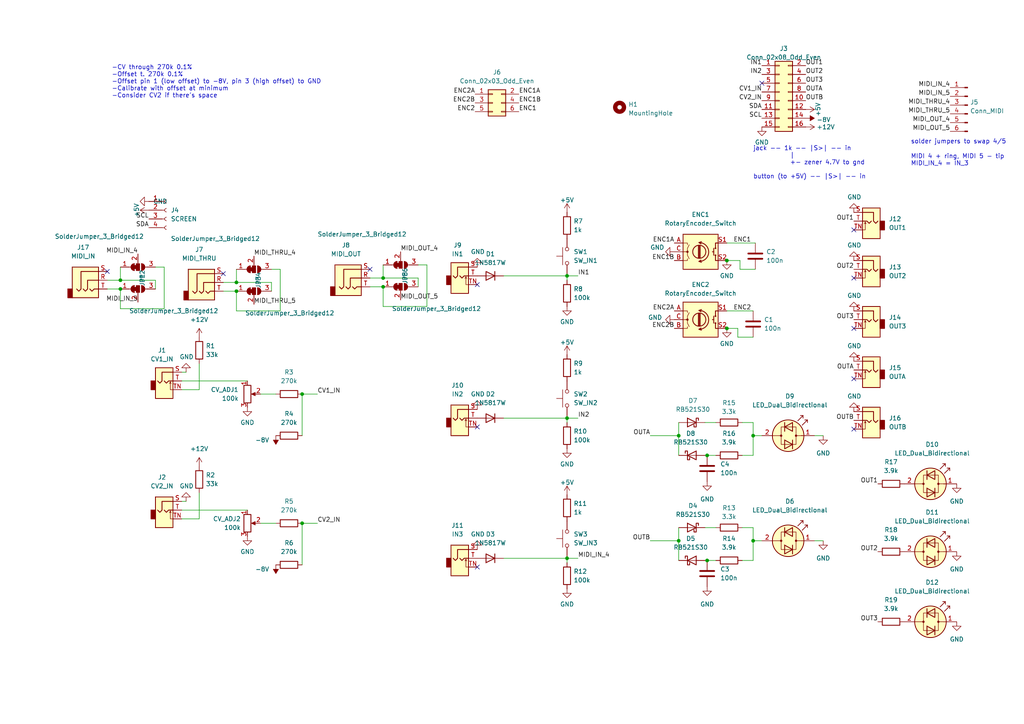
<source format=kicad_sch>
(kicad_sch (version 20211123) (generator eeschema)
  (paper "A4")
  (lib_symbols
    (symbol "Connector:AudioJack2_SwitchT"
      (property "Reference" "J" (at 0 8.89 0))
      (property "Value" "AudioJack2_SwitchT" (at 0 6.35 0))
      (symbol "AudioJack2_SwitchT_0_1"
        (rectangle (start -2.54 0) (end -3.81 -2.54) (stroke (width 0.254)) (fill (type outline)))
        (polyline (pts (xy 1.778 -0.254) (xy 2.032 -0.762)))
        (polyline (pts (xy 0 0) (xy 0.635 -0.635) (xy 1.27 0) (xy 2.54 0)) (stroke (width 0.254)))
        (polyline (pts (xy 2.54 -2.54) (xy 1.778 -2.54) (xy 1.778 -0.254) (xy 1.524 -0.762)))
        (polyline (pts (xy 2.54 2.54) (xy -0.635 2.54) (xy -0.635 0) (xy -1.27 -0.635) (xy -1.905 0)) (stroke (width 0.254)))
        (rectangle (start 2.54 3.81) (end -2.54 -5.08) (stroke (width 0.254)) (fill (type background)))
      )
      (symbol "AudioJack2_SwitchT_1_1"
        (pin passive line (at 5.08 2.54 180) (length 2.54) (name "~") (number "S"))
        (pin passive line (at 5.08 0 180) (length 2.54) (name "~") (number "T"))
        (pin passive line (at 5.08 -2.54 180) (length 2.54) (name "~") (number "TN"))
      )
    )
    (symbol "Connector:AudioJack3"
      (property "Reference" "J" (at 0 8.89 0))
      (property "Value" "AudioJack3" (at 0 6.35 0))
      (symbol "AudioJack3_0_1"
        (rectangle (start -5.08 -5.08) (end -6.35 -2.54) (stroke (width 0.254)) (fill (type outline)))
        (polyline (pts (xy 0 -2.54) (xy 0.635 -3.175) (xy 1.27 -2.54) (xy 2.54 -2.54)) (stroke (width 0.254)))
        (polyline (pts (xy -1.905 -2.54) (xy -1.27 -3.175) (xy -0.635 -2.54) (xy -0.635 0) (xy 2.54 0)) (stroke (width 0.254)))
        (polyline (pts (xy 2.54 2.54) (xy -2.54 2.54) (xy -2.54 -2.54) (xy -3.175 -3.175) (xy -3.81 -2.54)) (stroke (width 0.254)))
        (rectangle (start 2.54 3.81) (end -5.08 -5.08) (stroke (width 0.254)) (fill (type background)))
      )
      (symbol "AudioJack3_1_1"
        (pin passive line (at 5.08 0 180) (length 2.54) (name "~") (number "R"))
        (pin passive line (at 5.08 2.54 180) (length 2.54) (name "~") (number "S"))
        (pin passive line (at 5.08 -2.54 180) (length 2.54) (name "~") (number "T"))
      )
    )
    (symbol "Connector:Conn_01x04_Female" (pin_names (offset 1.016) hide)
      (property "Reference" "J" (at 0 5.08 0))
      (property "Value" "Conn_01x04_Female" (at 0 -7.62 0))
      (symbol "Conn_01x04_Female_1_1"
        (arc (start 0 -4.572) (mid -0.508 -5.08) (end 0 -5.588) (stroke (width 0.1524)))
        (arc (start 0 -2.032) (mid -0.508 -2.54) (end 0 -3.048) (stroke (width 0.1524)))
        (polyline (pts (xy -1.27 -5.08) (xy -0.508 -5.08)) (stroke (width 0.1524)))
        (polyline (pts (xy -1.27 -2.54) (xy -0.508 -2.54)) (stroke (width 0.1524)))
        (polyline (pts (xy -1.27 0) (xy -0.508 0)) (stroke (width 0.1524)))
        (polyline (pts (xy -1.27 2.54) (xy -0.508 2.54)) (stroke (width 0.1524)))
        (arc (start 0 0.508) (mid -0.508 0) (end 0 -0.508) (stroke (width 0.1524)))
        (arc (start 0 3.048) (mid -0.508 2.54) (end 0 2.032) (stroke (width 0.1524)))
        (pin passive line (at -5.08 2.54 0) (length 3.81) (name "Pin_1") (number "1"))
        (pin passive line (at -5.08 0 0) (length 3.81) (name "Pin_2") (number "2"))
        (pin passive line (at -5.08 -2.54 0) (length 3.81) (name "Pin_3") (number "3"))
        (pin passive line (at -5.08 -5.08 0) (length 3.81) (name "Pin_4") (number "4"))
      )
    )
    (symbol "Connector:Conn_01x06_Male" (pin_names (offset 1.016) hide)
      (property "Reference" "J" (at 0 7.62 0))
      (property "Value" "Conn_01x06_Male" (at 0 -10.16 0))
      (symbol "Conn_01x06_Male_1_1"
        (polyline (pts (xy 1.27 -7.62) (xy 0.8636 -7.62)) (stroke (width 0.1524)))
        (polyline (pts (xy 1.27 -5.08) (xy 0.8636 -5.08)) (stroke (width 0.1524)))
        (polyline (pts (xy 1.27 -2.54) (xy 0.8636 -2.54)) (stroke (width 0.1524)))
        (polyline (pts (xy 1.27 0) (xy 0.8636 0)) (stroke (width 0.1524)))
        (polyline (pts (xy 1.27 2.54) (xy 0.8636 2.54)) (stroke (width 0.1524)))
        (polyline (pts (xy 1.27 5.08) (xy 0.8636 5.08)) (stroke (width 0.1524)))
        (rectangle (start 0.8636 -7.493) (end 0 -7.747) (stroke (width 0.1524)) (fill (type outline)))
        (rectangle (start 0.8636 -4.953) (end 0 -5.207) (stroke (width 0.1524)) (fill (type outline)))
        (rectangle (start 0.8636 -2.413) (end 0 -2.667) (stroke (width 0.1524)) (fill (type outline)))
        (rectangle (start 0.8636 0.127) (end 0 -0.127) (stroke (width 0.1524)) (fill (type outline)))
        (rectangle (start 0.8636 2.667) (end 0 2.413) (stroke (width 0.1524)) (fill (type outline)))
        (rectangle (start 0.8636 5.207) (end 0 4.953) (stroke (width 0.1524)) (fill (type outline)))
        (pin passive line (at 5.08 5.08 180) (length 3.81) (name "Pin_1") (number "1"))
        (pin passive line (at 5.08 2.54 180) (length 3.81) (name "Pin_2") (number "2"))
        (pin passive line (at 5.08 0 180) (length 3.81) (name "Pin_3") (number "3"))
        (pin passive line (at 5.08 -2.54 180) (length 3.81) (name "Pin_4") (number "4"))
        (pin passive line (at 5.08 -5.08 180) (length 3.81) (name "Pin_5") (number "5"))
        (pin passive line (at 5.08 -7.62 180) (length 3.81) (name "Pin_6") (number "6"))
      )
    )
    (symbol "Connector_Generic:Conn_02x03_Odd_Even" (pin_names (offset 1.016) hide)
      (property "Reference" "J" (at 1.27 5.08 0))
      (property "Value" "Conn_02x03_Odd_Even" (at 1.27 -5.08 0))
      (symbol "Conn_02x03_Odd_Even_1_1"
        (rectangle (start -1.27 -2.413) (end 0 -2.667) (stroke (width 0.1524)))
        (rectangle (start -1.27 0.127) (end 0 -0.127) (stroke (width 0.1524)))
        (rectangle (start -1.27 2.667) (end 0 2.413) (stroke (width 0.1524)))
        (rectangle (start -1.27 3.81) (end 3.81 -3.81) (stroke (width 0.254)) (fill (type background)))
        (rectangle (start 3.81 -2.413) (end 2.54 -2.667) (stroke (width 0.1524)))
        (rectangle (start 3.81 0.127) (end 2.54 -0.127) (stroke (width 0.1524)))
        (rectangle (start 3.81 2.667) (end 2.54 2.413) (stroke (width 0.1524)))
        (pin passive line (at -5.08 2.54 0) (length 3.81) (name "Pin_1") (number "1"))
        (pin passive line (at 7.62 2.54 180) (length 3.81) (name "Pin_2") (number "2"))
        (pin passive line (at -5.08 0 0) (length 3.81) (name "Pin_3") (number "3"))
        (pin passive line (at 7.62 0 180) (length 3.81) (name "Pin_4") (number "4"))
        (pin passive line (at -5.08 -2.54 0) (length 3.81) (name "Pin_5") (number "5"))
        (pin passive line (at 7.62 -2.54 180) (length 3.81) (name "Pin_6") (number "6"))
      )
    )
    (symbol "Connector_Generic:Conn_02x08_Odd_Even" (pin_names (offset 1.016) hide)
      (property "Reference" "J" (at 1.27 10.16 0))
      (property "Value" "Conn_02x08_Odd_Even" (at 1.27 -12.7 0))
      (symbol "Conn_02x08_Odd_Even_1_1"
        (rectangle (start -1.27 -10.033) (end 0 -10.287) (stroke (width 0.1524)))
        (rectangle (start -1.27 -7.493) (end 0 -7.747) (stroke (width 0.1524)))
        (rectangle (start -1.27 -4.953) (end 0 -5.207) (stroke (width 0.1524)))
        (rectangle (start -1.27 -2.413) (end 0 -2.667) (stroke (width 0.1524)))
        (rectangle (start -1.27 0.127) (end 0 -0.127) (stroke (width 0.1524)))
        (rectangle (start -1.27 2.667) (end 0 2.413) (stroke (width 0.1524)))
        (rectangle (start -1.27 5.207) (end 0 4.953) (stroke (width 0.1524)))
        (rectangle (start -1.27 7.747) (end 0 7.493) (stroke (width 0.1524)))
        (rectangle (start -1.27 8.89) (end 3.81 -11.43) (stroke (width 0.254)) (fill (type background)))
        (rectangle (start 3.81 -10.033) (end 2.54 -10.287) (stroke (width 0.1524)))
        (rectangle (start 3.81 -7.493) (end 2.54 -7.747) (stroke (width 0.1524)))
        (rectangle (start 3.81 -4.953) (end 2.54 -5.207) (stroke (width 0.1524)))
        (rectangle (start 3.81 -2.413) (end 2.54 -2.667) (stroke (width 0.1524)))
        (rectangle (start 3.81 0.127) (end 2.54 -0.127) (stroke (width 0.1524)))
        (rectangle (start 3.81 2.667) (end 2.54 2.413) (stroke (width 0.1524)))
        (rectangle (start 3.81 5.207) (end 2.54 4.953) (stroke (width 0.1524)))
        (rectangle (start 3.81 7.747) (end 2.54 7.493) (stroke (width 0.1524)))
        (pin passive line (at -5.08 7.62 0) (length 3.81) (name "Pin_1") (number "1"))
        (pin passive line (at 7.62 -2.54 180) (length 3.81) (name "Pin_10") (number "10"))
        (pin passive line (at -5.08 -5.08 0) (length 3.81) (name "Pin_11") (number "11"))
        (pin passive line (at 7.62 -5.08 180) (length 3.81) (name "Pin_12") (number "12"))
        (pin passive line (at -5.08 -7.62 0) (length 3.81) (name "Pin_13") (number "13"))
        (pin passive line (at 7.62 -7.62 180) (length 3.81) (name "Pin_14") (number "14"))
        (pin passive line (at -5.08 -10.16 0) (length 3.81) (name "Pin_15") (number "15"))
        (pin passive line (at 7.62 -10.16 180) (length 3.81) (name "Pin_16") (number "16"))
        (pin passive line (at 7.62 7.62 180) (length 3.81) (name "Pin_2") (number "2"))
        (pin passive line (at -5.08 5.08 0) (length 3.81) (name "Pin_3") (number "3"))
        (pin passive line (at 7.62 5.08 180) (length 3.81) (name "Pin_4") (number "4"))
        (pin passive line (at -5.08 2.54 0) (length 3.81) (name "Pin_5") (number "5"))
        (pin passive line (at 7.62 2.54 180) (length 3.81) (name "Pin_6") (number "6"))
        (pin passive line (at -5.08 0 0) (length 3.81) (name "Pin_7") (number "7"))
        (pin passive line (at 7.62 0 180) (length 3.81) (name "Pin_8") (number "8"))
        (pin passive line (at -5.08 -2.54 0) (length 3.81) (name "Pin_9") (number "9"))
      )
    )
    (symbol "Device:C" (pin_numbers hide) (pin_names (offset 0.254))
      (property "Reference" "C" (at 0.635 2.54 0))
      (property "Value" "C" (at 0.635 -2.54 0))
      (symbol "C_0_1"
        (polyline (pts (xy -2.032 -0.762) (xy 2.032 -0.762)) (stroke (width 0.508)))
        (polyline (pts (xy -2.032 0.762) (xy 2.032 0.762)) (stroke (width 0.508)))
      )
      (symbol "C_1_1"
        (pin passive line (at 0 3.81 270) (length 2.794) (name "~") (number "1"))
        (pin passive line (at 0 -3.81 90) (length 2.794) (name "~") (number "2"))
      )
    )
    (symbol "Device:D" (pin_numbers hide) (pin_names (offset 1.016) hide)
      (property "Reference" "D" (at 0 2.54 0))
      (property "Value" "D" (at 0 -2.54 0))
      (symbol "D_0_1"
        (polyline (pts (xy -1.27 1.27) (xy -1.27 -1.27)) (stroke (width 0.254)))
        (polyline (pts (xy 1.27 0) (xy -1.27 0)))
        (polyline (pts (xy 1.27 1.27) (xy 1.27 -1.27) (xy -1.27 0) (xy 1.27 1.27)) (stroke (width 0.254)))
      )
      (symbol "D_1_1"
        (pin passive line (at -3.81 0 0) (length 2.54) (name "K") (number "1"))
        (pin passive line (at 3.81 0 180) (length 2.54) (name "A") (number "2"))
      )
    )
    (symbol "Device:D_Schottky" (pin_numbers hide) (pin_names (offset 1.016) hide)
      (property "Reference" "D" (at 0 2.54 0))
      (property "Value" "D_Schottky" (at 0 -2.54 0))
      (symbol "D_Schottky_0_1"
        (polyline (pts (xy 1.27 0) (xy -1.27 0)))
        (polyline (pts (xy 1.27 1.27) (xy 1.27 -1.27) (xy -1.27 0) (xy 1.27 1.27)) (stroke (width 0.254)))
        (polyline (pts (xy -1.905 0.635) (xy -1.905 1.27) (xy -1.27 1.27) (xy -1.27 -1.27) (xy -0.635 -1.27) (xy -0.635 -0.635)) (stroke (width 0.254)))
      )
      (symbol "D_Schottky_1_1"
        (pin passive line (at -3.81 0 0) (length 2.54) (name "K") (number "1"))
        (pin passive line (at 3.81 0 180) (length 2.54) (name "A") (number "2"))
      )
    )
    (symbol "Device:LED_Dual_Bidirectional" (pin_names (offset 0) hide)
      (property "Reference" "D" (at 0 5.715 0))
      (property "Value" "LED_Dual_Bidirectional" (at 0 -6.35 0))
      (symbol "LED_Dual_Bidirectional_0_1"
        (circle (center -2.032 0) (radius 0.254) (fill (type outline)))
        (polyline (pts (xy -4.572 0) (xy -2.54 0)))
        (polyline (pts (xy -2.032 0) (xy -2.54 0)))
        (polyline (pts (xy -1.016 3.81) (xy -1.016 1.27)) (stroke (width 0.254)))
        (polyline (pts (xy 1.27 -1.27) (xy 1.27 -3.81)) (stroke (width 0.254)))
        (polyline (pts (xy 4.064 0) (xy 2.286 0)) (fill (type outline)))
        (polyline (pts (xy 4.318 5.842) (xy 4.318 5.08)) (stroke (width 0.2032)))
        (polyline (pts (xy 5.588 4.572) (xy 5.588 3.81)) (stroke (width 0.2032)))
        (polyline (pts (xy 2.794 4.318) (xy 4.318 5.842) (xy 3.556 5.842)) (stroke (width 0.2032)))
        (polyline (pts (xy 4.064 3.048) (xy 5.588 4.572) (xy 4.826 4.572)) (stroke (width 0.2032)))
        (polyline (pts (xy -1.016 -1.27) (xy -1.016 -3.81) (xy 1.27 -2.54) (xy -1.016 -1.27)) (stroke (width 0.254)))
        (polyline (pts (xy 1.27 3.81) (xy 1.27 1.27) (xy -1.016 2.54) (xy 1.27 3.81)) (stroke (width 0.254)))
        (polyline (pts (xy 2.286 2.54) (xy -2.032 2.54) (xy -2.032 -2.54) (xy 2.286 -2.54) (xy 2.286 2.54)))
        (circle (center 0 0) (radius 4.572) (stroke (width 0.254)) (fill (type background)))
        (circle (center 2.286 0) (radius 0.254) (fill (type outline)))
      )
      (symbol "LED_Dual_Bidirectional_1_1"
        (pin input line (at 7.62 0 180) (length 3.81) (name "KA") (number "1"))
        (pin input line (at -7.62 0 0) (length 3.048) (name "AK") (number "2"))
      )
    )
    (symbol "Device:R" (pin_numbers hide) (pin_names (offset 0))
      (property "Reference" "R" (at 2.032 0 90))
      (property "Value" "R" (at 0 0 90))
      (symbol "R_0_1"
        (rectangle (start -1.016 -2.54) (end 1.016 2.54) (stroke (width 0.254)))
      )
      (symbol "R_1_1"
        (pin passive line (at 0 3.81 270) (length 1.27) (name "~") (number "1"))
        (pin passive line (at 0 -3.81 90) (length 1.27) (name "~") (number "2"))
      )
    )
    (symbol "Device:R_Potentiometer" (pin_names (offset 1.016) hide)
      (property "Reference" "RV" (at -4.445 0 90))
      (property "Value" "R_Potentiometer" (at -2.54 0 90))
      (symbol "R_Potentiometer_0_1"
        (polyline (pts (xy 2.54 0) (xy 1.524 0)))
        (polyline (pts (xy 1.143 0) (xy 2.286 0.508) (xy 2.286 -0.508) (xy 1.143 0)) (fill (type outline)))
        (rectangle (start 1.016 2.54) (end -1.016 -2.54) (stroke (width 0.254)))
      )
      (symbol "R_Potentiometer_1_1"
        (pin passive line (at 0 3.81 270) (length 1.27) (name "1") (number "1"))
        (pin passive line (at 3.81 0 180) (length 1.27) (name "2") (number "2"))
        (pin passive line (at 0 -3.81 90) (length 1.27) (name "3") (number "3"))
      )
    )
    (symbol "Device:RotaryEncoder_Switch" (pin_names (offset 0.254) hide)
      (property "Reference" "SW" (at 0 6.604 0))
      (property "Value" "RotaryEncoder_Switch" (at 0 -6.604 0))
      (symbol "RotaryEncoder_Switch_0_1"
        (rectangle (start -5.08 5.08) (end 5.08 -5.08) (stroke (width 0.254)) (fill (type background)))
        (circle (center -3.81 0) (radius 0.254) (fill (type outline)))
        (arc (start -0.381 -2.794) (mid 2.3622 -0.0508) (end -0.381 2.667) (stroke (width 0.254)))
        (circle (center -0.381 0) (radius 1.905) (stroke (width 0.254)))
        (polyline (pts (xy -0.635 -1.778) (xy -0.635 1.778)) (stroke (width 0.254)))
        (polyline (pts (xy -0.381 -1.778) (xy -0.381 1.778)) (stroke (width 0.254)))
        (polyline (pts (xy -0.127 1.778) (xy -0.127 -1.778)) (stroke (width 0.254)))
        (polyline (pts (xy 3.81 0) (xy 3.429 0)) (stroke (width 0.254)))
        (polyline (pts (xy 3.81 1.016) (xy 3.81 -1.016)) (stroke (width 0.254)))
        (polyline (pts (xy -5.08 -2.54) (xy -3.81 -2.54) (xy -3.81 -2.032)))
        (polyline (pts (xy -5.08 2.54) (xy -3.81 2.54) (xy -3.81 2.032)))
        (polyline (pts (xy 0.254 -3.048) (xy -0.508 -2.794) (xy 0.127 -2.413)) (stroke (width 0.254)))
        (polyline (pts (xy 0.254 2.921) (xy -0.508 2.667) (xy 0.127 2.286)) (stroke (width 0.254)))
        (polyline (pts (xy 5.08 -2.54) (xy 4.318 -2.54) (xy 4.318 -1.016)) (stroke (width 0.254)))
        (polyline (pts (xy 5.08 2.54) (xy 4.318 2.54) (xy 4.318 1.016)) (stroke (width 0.254)))
        (polyline (pts (xy -5.08 0) (xy -3.81 0) (xy -3.81 -1.016) (xy -3.302 -2.032)))
        (polyline (pts (xy -4.318 0) (xy -3.81 0) (xy -3.81 1.016) (xy -3.302 2.032)))
        (circle (center 4.318 -1.016) (radius 0.127) (stroke (width 0.254)))
        (circle (center 4.318 1.016) (radius 0.127) (stroke (width 0.254)))
      )
      (symbol "RotaryEncoder_Switch_1_1"
        (pin passive line (at -7.62 2.54 0) (length 2.54) (name "A") (number "A"))
        (pin passive line (at -7.62 -2.54 0) (length 2.54) (name "B") (number "B"))
        (pin passive line (at -7.62 0 0) (length 2.54) (name "C") (number "C"))
        (pin passive line (at 7.62 2.54 180) (length 2.54) (name "S1") (number "S1"))
        (pin passive line (at 7.62 -2.54 180) (length 2.54) (name "S2") (number "S2"))
      )
    )
    (symbol "GND_1" (power) (pin_names (offset 0))
      (property "Value" "GND_1" (at 0 -3.81 0))
      (symbol "GND_1_0_1"
        (polyline (pts (xy 0 0) (xy 0 -1.27) (xy 1.27 -1.27) (xy 0 -2.54) (xy -1.27 -1.27) (xy 0 -1.27)))
      )
      (symbol "GND_1_1_1"
        (pin power_in line (at 0 0 270) (length 0) hide (name "GND") (number "1"))
      )
    )
    (symbol "Jumper:SolderJumper_3_Bridged12" (pin_names (offset 0) hide)
      (property "Reference" "JP" (at -2.54 -2.54 0))
      (property "Value" "SolderJumper_3_Bridged12" (at 0 2.794 0))
      (symbol "SolderJumper_3_Bridged12_0_1"
        (rectangle (start -1.016 0.508) (end -0.508 -0.508) (fill (type outline)))
        (arc (start -1.016 1.016) (mid -2.032 0) (end -1.016 -1.016))
        (arc (start -1.016 1.016) (mid -2.032 0) (end -1.016 -1.016) (fill (type outline)))
        (rectangle (start -0.508 1.016) (end 0.508 -1.016) (fill (type outline)))
        (polyline (pts (xy -2.54 0) (xy -2.032 0)))
        (polyline (pts (xy -1.016 1.016) (xy -1.016 -1.016)))
        (polyline (pts (xy 0 -1.27) (xy 0 -1.016)))
        (polyline (pts (xy 1.016 1.016) (xy 1.016 -1.016)))
        (polyline (pts (xy 2.54 0) (xy 2.032 0)))
        (arc (start 1.016 -1.016) (mid 2.032 0) (end 1.016 1.016))
        (arc (start 1.016 -1.016) (mid 2.032 0) (end 1.016 1.016) (fill (type outline)))
      )
      (symbol "SolderJumper_3_Bridged12_1_1"
        (pin passive line (at -5.08 0 0) (length 2.54) (name "A") (number "1"))
        (pin passive line (at 0 -3.81 90) (length 2.54) (name "C") (number "2"))
        (pin passive line (at 5.08 0 180) (length 2.54) (name "B") (number "3"))
      )
    )
    (symbol "Mechanical:MountingHole" (pin_names (offset 1.016))
      (property "Reference" "H" (at 0 5.08 0))
      (property "Value" "MountingHole" (at 0 3.175 0))
      (symbol "MountingHole_0_1"
        (circle (center 0 0) (radius 1.27) (stroke (width 1.27)))
      )
    )
    (symbol "Switch:SW_Push" (pin_numbers hide) (pin_names (offset 1.016) hide)
      (property "Reference" "SW" (at 1.27 2.54 0))
      (property "Value" "SW_Push" (at 0 -1.524 0))
      (symbol "SW_Push_0_1"
        (circle (center -2.032 0) (radius 0.508))
        (polyline (pts (xy 0 1.27) (xy 0 3.048)))
        (polyline (pts (xy 2.54 1.27) (xy -2.54 1.27)))
        (circle (center 2.032 0) (radius 0.508))
        (pin passive line (at -5.08 0 0) (length 2.54) (name "1") (number "1"))
        (pin passive line (at 5.08 0 180) (length 2.54) (name "2") (number "2"))
      )
    )
    (symbol "power:+12V" (power) (pin_names (offset 0))
      (property "Value" "+12V" (at 0 3.556 0))
      (symbol "+12V_0_1"
        (polyline (pts (xy -0.762 1.27) (xy 0 2.54)))
        (polyline (pts (xy 0 0) (xy 0 2.54)))
        (polyline (pts (xy 0 2.54) (xy 0.762 1.27)))
      )
      (symbol "+12V_1_1"
        (pin power_in line (at 0 0 90) (length 0) hide (name "+12V") (number "1"))
      )
    )
    (symbol "power:+5V" (power) (pin_names (offset 0))
      (property "Value" "+5V" (at 0 3.556 0))
      (symbol "+5V_0_1"
        (polyline (pts (xy -0.762 1.27) (xy 0 2.54)))
        (polyline (pts (xy 0 0) (xy 0 2.54)))
        (polyline (pts (xy 0 2.54) (xy 0.762 1.27)))
      )
      (symbol "+5V_1_1"
        (pin power_in line (at 0 0 90) (length 0) hide (name "+5V") (number "1"))
      )
    )
    (symbol "power:-8V" (power) (pin_names (offset 0))
      (property "Value" "-8V" (at 0 3.81 0))
      (symbol "-8V_0_0"
        (pin power_in line (at 0 0 90) (length 0) hide (name "-8V") (number "1"))
      )
      (symbol "-8V_0_1"
        (polyline (pts (xy 0 0) (xy 0 1.27) (xy 0.762 1.27) (xy 0 2.54) (xy -0.762 1.27) (xy 0 1.27)) (fill (type outline)))
      )
    )
    (symbol "power:GND" (power) (pin_names (offset 0))
      (property "Value" "GND" (at 0 -3.81 0))
      (symbol "GND_0_1"
        (polyline (pts (xy 0 0) (xy 0 -1.27) (xy 1.27 -1.27) (xy 0 -2.54) (xy -1.27 -1.27) (xy 0 -1.27)))
      )
      (symbol "GND_1_1"
        (pin power_in line (at 0 0 270) (length 0) hide (name "GND") (number "1"))
      )
    )
  )
  (junction (at 68.58 84.455))
  (junction (at 218.44 156.845))
  (junction (at 111.125 83.185))
  (junction (at 196.85 156.845))
  (junction (at 68.58 81.915))
  (junction (at 87.63 114.3))
  (junction (at 164.465 80.01))
  (junction (at 210.82 75.565))
  (junction (at 218.44 126.365))
  (junction (at 111.125 80.645))
  (junction (at 164.465 121.285))
  (junction (at 87.63 151.765))
  (junction (at 205.105 162.56))
  (junction (at 196.85 126.365))
  (junction (at 164.465 161.925))
  (junction (at 210.82 95.25))
  (junction (at 205.105 132.08))
  (junction (at 34.925 83.82))
  (junction (at 34.925 81.28))
  (no_connect (at 220.98 24.13))
  (no_connect (at 247.65 66.675))
  (no_connect (at 247.65 80.645))
  (no_connect (at 31.115 78.74))
  (no_connect (at 138.43 82.55))
  (no_connect (at 247.65 109.855))
  (no_connect (at 107.315 78.105))
  (no_connect (at 247.65 95.25))
  (no_connect (at 247.65 124.46))
  (no_connect (at 138.43 123.825))
  (no_connect (at 138.43 164.465))
  (no_connect (at 64.77 79.375))
  (wire (pts (xy 57.785 142.875) (xy 57.785 150.495)))
  (wire (pts (xy 218.44 156.845) (xy 220.98 156.845)))
  (wire (pts (xy 111.125 80.645) (xy 107.315 80.645)))
  (wire (pts (xy 164.465 121.285) (xy 164.465 120.65)))
  (wire (pts (xy 123.825 88.9) (xy 111.125 88.9)))
  (wire (pts (xy 210.82 70.485) (xy 219.075 70.485)))
  (wire (pts (xy 215.265 122.555) (xy 218.44 122.555)))
  (wire (pts (xy 196.85 126.365) (xy 196.85 132.08)))
  (wire (pts (xy 218.44 126.365) (xy 218.44 132.08)))
  (wire (pts (xy 52.705 107.95) (xy 53.975 107.95)))
  (wire (pts (xy 167.64 80.01) (xy 164.465 80.01)))
  (wire (pts (xy 81.28 90.17) (xy 68.58 90.17)))
  (wire (pts (xy 146.05 161.925) (xy 164.465 161.925)))
  (wire (pts (xy 78.74 78.105) (xy 81.28 78.105)))
  (wire (pts (xy 218.44 132.08) (xy 215.265 132.08)))
  (wire (pts (xy 81.28 78.105) (xy 81.28 90.17)))
  (wire (pts (xy 218.44 162.56) (xy 215.265 162.56)))
  (wire (pts (xy 107.315 83.185) (xy 111.125 83.185)))
  (wire (pts (xy 31.115 83.82) (xy 34.925 83.82)))
  (wire (pts (xy 204.47 153.035) (xy 207.645 153.035)))
  (wire (pts (xy 167.64 161.925) (xy 164.465 161.925)))
  (wire (pts (xy 215.265 153.035) (xy 218.44 153.035)))
  (wire (pts (xy 164.465 161.925) (xy 164.465 163.195)))
  (wire (pts (xy 236.22 126.365) (xy 238.76 126.365)))
  (wire (pts (xy 52.705 147.955) (xy 71.755 147.955)))
  (wire (pts (xy 121.285 83.185) (xy 121.285 80.645)))
  (wire (pts (xy 164.465 161.925) (xy 164.465 161.29)))
  (wire (pts (xy 52.705 145.415) (xy 53.975 145.415)))
  (wire (pts (xy 204.47 132.08) (xy 205.105 132.08)))
  (wire (pts (xy 78.74 81.915) (xy 68.58 81.915)))
  (wire (pts (xy 123.825 76.835) (xy 123.825 88.9)))
  (wire (pts (xy 75.565 114.3) (xy 80.01 114.3)))
  (wire (pts (xy 45.085 77.47) (xy 47.625 77.47)))
  (wire (pts (xy 196.85 156.845) (xy 196.85 162.56)))
  (wire (pts (xy 57.785 150.495) (xy 52.705 150.495)))
  (wire (pts (xy 146.05 80.01) (xy 164.465 80.01)))
  (wire (pts (xy 64.77 84.455) (xy 68.58 84.455)))
  (wire (pts (xy 34.925 89.535) (xy 34.925 83.82)))
  (wire (pts (xy 219.075 78.105) (xy 214.63 78.105)))
  (wire (pts (xy 78.74 84.455) (xy 78.74 81.915)))
  (wire (pts (xy 204.47 162.56) (xy 205.105 162.56)))
  (wire (pts (xy 196.85 153.035) (xy 196.85 156.845)))
  (wire (pts (xy 111.125 76.835) (xy 111.125 80.645)))
  (wire (pts (xy 87.63 114.3) (xy 87.63 126.365)))
  (wire (pts (xy 121.285 76.835) (xy 123.825 76.835)))
  (wire (pts (xy 213.995 97.79) (xy 213.995 95.25)))
  (wire (pts (xy 164.465 121.285) (xy 164.465 122.555)))
  (wire (pts (xy 45.085 81.28) (xy 34.925 81.28)))
  (wire (pts (xy 210.82 90.17) (xy 218.44 90.17)))
  (wire (pts (xy 52.705 110.49) (xy 71.755 110.49)))
  (wire (pts (xy 236.22 156.845) (xy 238.76 156.845)))
  (wire (pts (xy 87.63 114.3) (xy 92.075 114.3)))
  (wire (pts (xy 146.05 121.285) (xy 164.465 121.285)))
  (wire (pts (xy 87.63 151.765) (xy 92.075 151.765)))
  (wire (pts (xy 204.47 122.555) (xy 207.645 122.555)))
  (wire (pts (xy 214.63 78.105) (xy 214.63 75.565)))
  (wire (pts (xy 34.925 81.28) (xy 31.115 81.28)))
  (wire (pts (xy 218.44 122.555) (xy 218.44 126.365)))
  (wire (pts (xy 47.625 77.47) (xy 47.625 89.535)))
  (wire (pts (xy 164.465 80.01) (xy 164.465 79.375)))
  (wire (pts (xy 218.44 156.845) (xy 218.44 162.56)))
  (wire (pts (xy 188.595 156.845) (xy 196.85 156.845)))
  (wire (pts (xy 214.63 75.565) (xy 210.82 75.565)))
  (wire (pts (xy 87.63 151.765) (xy 87.63 163.83)))
  (wire (pts (xy 34.925 77.47) (xy 34.925 81.28)))
  (wire (pts (xy 218.44 97.79) (xy 213.995 97.79)))
  (wire (pts (xy 68.58 81.915) (xy 64.77 81.915)))
  (wire (pts (xy 218.44 153.035) (xy 218.44 156.845)))
  (wire (pts (xy 57.785 105.41) (xy 57.785 113.03)))
  (wire (pts (xy 68.58 78.105) (xy 68.58 81.915)))
  (wire (pts (xy 213.995 95.25) (xy 210.82 95.25)))
  (wire (pts (xy 75.565 151.765) (xy 80.01 151.765)))
  (wire (pts (xy 68.58 90.17) (xy 68.58 84.455)))
  (wire (pts (xy 111.125 88.9) (xy 111.125 83.185)))
  (wire (pts (xy 47.625 89.535) (xy 34.925 89.535)))
  (wire (pts (xy 196.85 122.555) (xy 196.85 126.365)))
  (wire (pts (xy 45.085 83.82) (xy 45.085 81.28)))
  (wire (pts (xy 205.105 132.08) (xy 207.645 132.08)))
  (wire (pts (xy 164.465 80.01) (xy 164.465 81.28)))
  (wire (pts (xy 167.64 121.285) (xy 164.465 121.285)))
  (wire (pts (xy 188.595 126.365) (xy 196.85 126.365)))
  (wire (pts (xy 121.285 80.645) (xy 111.125 80.645)))
  (wire (pts (xy 205.105 162.56) (xy 207.645 162.56)))
  (wire (pts (xy 218.44 126.365) (xy 220.98 126.365)))
  (wire (pts (xy 57.785 113.03) (xy 52.705 113.03)))
  (text "solder jumpers to swap 4/5" (at 264.16 41.91 0) (effects (font (size 1.27 1.27)) (justify left bottom)))
  (text "jack -- 1k -- |S>| -- in\n           |\n           +- zener 4.7V to gnd\n\nbutton (to +5V) -- |S>| -- in" (at 218.44 52.07 0) (effects (font (size 1.27 1.27)) (justify left bottom)))
  (text "-CV through 270k 0.1%\n-Offset t. 270k 0.1%\n-Offset pin 1 (low offset) to -8V, pin 3 (high offset) to GND\n-Calibrate with offset at minimum\n-Consider CV2 if there's space" (at 32.385 28.575 0) (effects (font (size 1.27 1.27)) (justify left bottom)))
  (text "MIDI 4 + ring, MIDI 5 - tip\nMIDI_IN_4 = IN_3" (at 264.16 48.26 0) (effects (font (size 1.27 1.27)) (justify left bottom)))
  (label "OUTA" (at 188.595 126.365 180))
  (label "MIDI_OUT_5" (at 116.205 86.995 0))
  (label "OUT1" (at 247.65 64.135 180))
  (label "IN2" (at 167.64 121.285 0))
  (label "OUT3" (at 247.65 92.71 180))
  (label "IN1" (at 220.98 19.05 180))
  (label "SCL" (at 43.18 63.5 180))
  (label "OUT1" (at 254.635 140.335 180))
  (label "OUTA" (at 233.68 26.67 0))
  (label "IN1" (at 167.64 80.01 0))
  (label "ENC2B" (at 137.795 29.845 180))
  (label "OUT2" (at 254.635 160.02 180))
  (label "MIDI_THRU_5" (at 275.59 33.02 180))
  (label "MIDI_IN_4" (at 275.59 25.4 180))
  (label "ENC1B" (at 195.58 75.565 180))
  (label "MIDI_THRU_4" (at 73.66 74.295 0))
  (label "ENC2A" (at 137.795 27.305 180))
  (label "OUTB" (at 233.68 29.21 0))
  (label "CV2_IN" (at 92.075 151.765 0))
  (label "MIDI_IN_4" (at 167.64 161.925 0))
  (label "ENC2" (at 137.795 32.385 180))
  (label "OUTA" (at 247.65 107.315 180))
  (label "ENC1" (at 212.725 70.485 0))
  (label "OUTB" (at 247.65 121.92 180))
  (label "SDA" (at 220.98 31.75 180))
  (label "OUT3" (at 233.68 24.13 0))
  (label "OUTB" (at 188.595 156.845 180))
  (label "OUT1" (at 233.68 19.05 0))
  (label "SCL" (at 220.98 34.29 180))
  (label "MIDI_THRU_4" (at 275.59 30.48 180))
  (label "SDA" (at 43.18 66.04 180))
  (label "CV1_IN" (at 220.98 26.67 180))
  (label "MIDI_IN_5" (at 275.59 27.94 180))
  (label "IN2" (at 220.98 21.59 180))
  (label "ENC1B" (at 150.495 29.845 0))
  (label "MIDI_IN_5" (at 40.005 87.63 180))
  (label "OUT3" (at 254.635 180.34 180))
  (label "ENC2A" (at 195.58 90.17 180))
  (label "ENC1A" (at 195.58 70.485 180))
  (label "MIDI_OUT_4" (at 116.205 73.025 0))
  (label "ENC1A" (at 150.495 27.305 0))
  (label "OUT2" (at 247.65 78.105 180))
  (label "ENC2B" (at 195.58 95.25 180))
  (label "ENC1" (at 150.495 32.385 0))
  (label "MIDI_IN_4" (at 40.005 73.66 180))
  (label "MIDI_OUT_4" (at 275.59 35.56 180))
  (label "CV2_IN" (at 220.98 29.21 180))
  (label "OUT2" (at 233.68 21.59 0))
  (label "ENC2" (at 212.725 90.17 0))
  (label "MIDI_THRU_5" (at 73.66 88.265 0))
  (label "CV1_IN" (at 92.075 114.3 0))
  (label "MIDI_OUT_5" (at 275.59 38.1 180))
  (symbol (lib_id "Device:D") (at 142.24 121.285 180) (unit 1)
    (property "Reference" "D2" (at 142.24 114.3 0))
    (property "Value" "1N5817W" (at 142.24 116.84 0))
    (property "Footprint" "Diode_SMD:D_SOD-123" (effects hide))
  )
  (symbol (lib_name "GND_1") (lib_id "power:GND") (at 238.76 156.845 0) (unit 1)
    (property "Reference" "#PWR0133" (effects hide))
    (property "Value" "GND" (at 238.76 161.925 0))
  )
  (symbol (lib_id "power:GND") (at 71.755 118.11 0) (unit 1)
    (property "Reference" "#PWR0109" (effects hide))
    (property "Value" "GND" (at 71.755 122.5534 0))
  )
  (symbol (lib_id "Device:R_Potentiometer") (at 71.755 151.765 0) (unit 1)
    (property "Reference" "CV_ADJ2" (at 69.85 150.4949 0) (effects (justify right)))
    (property "Value" "100k" (at 69.85 153.0349 0) (effects (justify right)))
    (property "Footprint" "Potentiometer_THT:Potentiometer_Alps_RK09K_Single_Vertical" (effects hide))
  )
  (symbol (lib_id "Device:R") (at 211.455 132.08 90) (unit 1)
    (property "Reference" "R16" (at 211.455 125.73 90))
    (property "Value" "3.9k" (at 211.455 128.27 90))
    (property "Footprint" "Resistor_SMD:R_0603_1608Metric_Pad0.98x0.95mm_HandSolder" (effects hide))
  )
  (symbol (lib_id "Device:R_Potentiometer") (at 71.755 114.3 0) (unit 1)
    (property "Reference" "CV_ADJ1" (at 69.215 113.0299 0) (effects (justify right)))
    (property "Value" "100k" (at 69.215 115.5699 0) (effects (justify right)))
    (property "Footprint" "Potentiometer_THT:Potentiometer_Alps_RK09K_Single_Vertical" (effects hide))
  )
  (symbol (lib_id "power:GND") (at 247.65 61.595 180) (unit 1)
    (property "Reference" "#PWR0119" (effects hide))
    (property "Value" "GND" (at 245.745 57.1499 0) (effects (justify right)))
  )
  (symbol (lib_id "Connector:AudioJack2_SwitchT") (at 47.625 147.955 0) (unit 1)
    (property "Reference" "J2" (at 46.99 138.43 0))
    (property "Value" "CV2_IN" (at 46.99 140.97 0))
    (property "Footprint" "Connector_Audio:Jack_3.5mm_QingPu_WQP-PJ398SM_Vertical_CircularHoles" (effects hide))
  )
  (symbol (lib_id "power:GND") (at 247.65 104.775 180) (unit 1)
    (property "Reference" "#PWR0115" (effects hide))
    (property "Value" "GND" (at 245.745 100.3299 0) (effects (justify right)))
  )
  (symbol (lib_id "power:GND") (at 53.975 107.95 180) (unit 1)
    (property "Reference" "#PWR0128" (effects hide))
    (property "Value" "GND" (at 52.07 103.5049 0) (effects (justify right)))
  )
  (symbol (lib_id "Jumper:SolderJumper_3_Bridged12") (at 116.205 76.835 0) (mirror x) (unit 1)
    (property "Reference" "JP5" (at 117.4751 78.74 90) (effects (justify left)))
    (property "Value" "SolderJumper_3_Bridged12" (at 113.665 89.535 0) (effects (justify left)))
    (property "Footprint" "Jumper:SolderJumper-3_P1.3mm_Bridged12_RoundedPad1.0x1.5mm_NumberLabels" (effects hide))
  )
  (symbol (lib_id "Device:LED_Dual_Bidirectional") (at 228.6 126.365 0) (unit 1)
    (property "Reference" "D9" (at 229.0953 114.935 0))
    (property "Value" "LED_Dual_Bidirectional" (at 229.0953 117.475 0))
    (property "Footprint" "LED_THT:LED_D3.0mm" (effects hide))
  )
  (symbol (lib_id "Connector:AudioJack3") (at 59.69 81.915 0) (unit 1)
    (property "Reference" "J7" (at 57.785 72.39 0))
    (property "Value" "MIDI_THRU" (at 57.785 74.93 0))
    (property "Footprint" "Library:Low-profile Minijack" (effects hide))
  )
  (symbol (lib_id "power:GND") (at 138.43 118.745 180) (unit 1)
    (property "Reference" "#PWR0112" (effects hide))
    (property "Value" "GND" (at 136.525 114.2999 0) (effects (justify right)))
  )
  (symbol (lib_id "power:GND") (at 138.43 159.385 180) (unit 1)
    (property "Reference" "#PWR0104" (effects hide))
    (property "Value" "GND" (at 136.525 154.9399 0) (effects (justify right)))
  )
  (symbol (lib_id "Device:R") (at 83.82 126.365 90) (unit 1)
    (property "Reference" "R4" (at 83.82 120.015 90))
    (property "Value" "270k" (at 83.82 122.555 90))
    (property "Footprint" "Resistor_SMD:R_0603_1608Metric_Pad0.98x0.95mm_HandSolder" (effects hide))
  )
  (symbol (lib_id "Device:R") (at 83.82 151.765 90) (unit 1)
    (property "Reference" "R5" (at 83.82 145.415 90))
    (property "Value" "270k" (at 83.82 147.955 90))
    (property "Footprint" "Resistor_SMD:R_0603_1608Metric_Pad0.98x0.95mm_HandSolder" (effects hide))
  )
  (symbol (lib_id "Connector:AudioJack2_SwitchT") (at 252.73 78.105 0) (mirror y) (unit 1)
    (property "Reference" "J13" (at 257.81 77.4699 0) (effects (justify right)))
    (property "Value" "OUT2" (at 257.81 80.0099 0) (effects (justify right)))
    (property "Footprint" "Connector_Audio:Jack_3.5mm_QingPu_WQP-PJ398SM_Vertical_CircularHoles" (effects hide))
  )
  (symbol (lib_id "Connector:AudioJack2_SwitchT") (at 133.35 161.925 0) (unit 1)
    (property "Reference" "J11" (at 132.715 152.4 0))
    (property "Value" "IN3" (at 132.715 154.94 0))
    (property "Footprint" "Connector_Audio:Jack_3.5mm_QingPu_WQP-PJ398SM_Vertical_CircularHoles" (effects hide))
  )
  (symbol (lib_id "Device:R") (at 83.82 163.83 90) (unit 1)
    (property "Reference" "R6" (at 83.82 157.48 90))
    (property "Value" "270k" (at 83.82 160.02 90))
    (property "Footprint" "Resistor_SMD:R_0603_1608Metric_Pad0.98x0.95mm_HandSolder" (effects hide))
  )
  (symbol (lib_id "Device:D") (at 142.24 161.925 180) (unit 1)
    (property "Reference" "D3" (at 142.24 154.94 0))
    (property "Value" "1N5817W" (at 142.24 157.48 0))
    (property "Footprint" "Diode_SMD:D_SOD-123" (effects hide))
  )
  (symbol (lib_id "power:+5V") (at 164.465 102.87 0) (unit 1)
    (property "Reference" "#PWR0113" (effects hide))
    (property "Value" "+5V" (at 164.465 99.2942 0))
  )
  (symbol (lib_id "power:GND") (at 53.975 145.415 180) (unit 1)
    (property "Reference" "#PWR0102" (effects hide))
    (property "Value" "GND" (at 52.07 140.9699 0) (effects (justify right)))
  )
  (symbol (lib_id "power:GND") (at 164.465 88.9 0) (unit 1)
    (property "Reference" "#PWR0114" (effects hide))
    (property "Value" "GND" (at 164.465 93.3434 0))
  )
  (symbol (lib_id "Device:D_Schottky") (at 200.66 132.08 0) (unit 1)
    (property "Reference" "D8" (at 200.3425 125.73 0))
    (property "Value" "RB521S30" (at 200.3425 128.27 0))
    (property "Footprint" "Diode_SMD:D_SOD-523" (effects hide))
  )
  (symbol (lib_id "power:+12V") (at 57.785 135.255 0) (unit 1)
    (property "Reference" "#PWR0103" (effects hide))
    (property "Value" "+12V" (at 57.785 130.175 0))
  )
  (symbol (lib_id "power:-8V") (at 80.01 163.83 0) (mirror x) (unit 1)
    (property "Reference" "#PWR0105" (effects hide))
    (property "Value" "-8V" (at 78.105 165.0999 0) (effects (justify right)))
  )
  (symbol (lib_id "Device:C") (at 218.44 93.98 0) (unit 1)
    (property "Reference" "C1" (at 221.615 92.7099 0) (effects (justify left)))
    (property "Value" "100n" (at 221.615 95.2499 0) (effects (justify left)))
    (property "Footprint" "Capacitor_SMD:C_0603_1608Metric_Pad1.08x0.95mm_HandSolder" (effects hide))
  )
  (symbol (lib_id "Mechanical:MountingHole") (at 179.705 31.115 0) (unit 1)
    (property "Reference" "H1" (at 182.245 30.2803 0) (effects (justify left)))
    (property "Value" "MountingHole" (at 182.245 32.8172 0) (effects (justify left)))
    (property "Footprint" "MountingHole:MountingHole_3.2mm_M3_DIN965" (effects hide))
  )
  (symbol (lib_id "Connector:AudioJack2_SwitchT") (at 47.625 110.49 0) (unit 1)
    (property "Reference" "J1" (at 46.99 101.6 0))
    (property "Value" "CV1_IN" (at 46.99 104.14 0))
    (property "Footprint" "Connector_Audio:Jack_3.5mm_QingPu_WQP-PJ398SM_Vertical_CircularHoles" (effects hide))
  )
  (symbol (lib_id "Device:R") (at 258.445 180.34 90) (unit 1)
    (property "Reference" "R19" (at 258.445 173.99 90))
    (property "Value" "3.9k" (at 258.445 176.53 90))
    (property "Footprint" "Resistor_SMD:R_0603_1608Metric_Pad0.98x0.95mm_HandSolder" (effects hide))
  )
  (symbol (lib_id "power:GND") (at 247.65 90.17 180) (unit 1)
    (property "Reference" "#PWR0123" (effects hide))
    (property "Value" "GND" (at 245.745 85.7249 0) (effects (justify right)))
  )
  (symbol (lib_id "Connector:AudioJack2_SwitchT") (at 252.73 64.135 0) (mirror y) (unit 1)
    (property "Reference" "J12" (at 257.81 63.4999 0) (effects (justify right)))
    (property "Value" "OUT1" (at 257.81 66.0399 0) (effects (justify right)))
    (property "Footprint" "Connector_Audio:Jack_3.5mm_QingPu_WQP-PJ398SM_Vertical_CircularHoles" (effects hide))
  )
  (symbol (lib_id "Jumper:SolderJumper_3_Bridged12") (at 40.005 77.47 0) (mirror x) (unit 1)
    (property "Reference" "JP1" (at 41.2751 79.375 90) (effects (justify left)))
    (property "Value" "SolderJumper_3_Bridged12" (at 37.465 90.17 0) (effects (justify left)))
    (property "Footprint" "Jumper:SolderJumper-3_P1.3mm_Bridged12_RoundedPad1.0x1.5mm_NumberLabels" (effects hide))
  )
  (symbol (lib_id "Device:C") (at 205.105 166.37 0) (unit 1)
    (property "Reference" "C3" (at 208.915 165.0999 0) (effects (justify left)))
    (property "Value" "100n" (at 208.915 167.6399 0) (effects (justify left)))
    (property "Footprint" "Capacitor_SMD:C_0603_1608Metric_Pad1.08x0.95mm_HandSolder" (effects hide))
  )
  (symbol (lib_id "Device:R") (at 57.785 139.065 0) (unit 1)
    (property "Reference" "R2" (at 59.69 137.7949 0) (effects (justify left)))
    (property "Value" "33k" (at 59.69 140.3349 0) (effects (justify left)))
    (property "Footprint" "Resistor_SMD:R_0603_1608Metric_Pad0.98x0.95mm_HandSolder" (effects hide))
  )
  (symbol (lib_id "power:GND") (at 247.65 119.38 180) (unit 1)
    (property "Reference" "#PWR0117" (effects hide))
    (property "Value" "GND" (at 245.745 114.9349 0) (effects (justify right)))
  )
  (symbol (lib_id "Device:R") (at 258.445 140.335 90) (unit 1)
    (property "Reference" "R17" (at 258.445 133.985 90))
    (property "Value" "3.9k" (at 258.445 136.525 90))
    (property "Footprint" "Resistor_SMD:R_0603_1608Metric_Pad0.98x0.95mm_HandSolder" (effects hide))
  )
  (symbol (lib_id "Device:R") (at 211.455 153.035 90) (unit 1)
    (property "Reference" "R13" (at 211.455 147.32 90))
    (property "Value" "3.3k" (at 211.455 149.86 90))
    (property "Footprint" "Resistor_SMD:R_0603_1608Metric_Pad0.98x0.95mm_HandSolder" (effects hide))
  )
  (symbol (lib_id "Switch:SW_Push") (at 164.465 115.57 90) (unit 1)
    (property "Reference" "SW2" (at 166.37 114.2999 90) (effects (justify right)))
    (property "Value" "SW_IN2" (at 166.37 116.8399 90) (effects (justify right)))
    (property "Footprint" "Button_Switch_THT:SW_PUSH_6mm_H13mm" (effects hide))
  )
  (symbol (lib_id "Device:LED_Dual_Bidirectional") (at 269.875 160.02 0) (unit 1)
    (property "Reference" "D11" (at 270.3703 148.59 0))
    (property "Value" "LED_Dual_Bidirectional" (at 270.3703 151.13 0))
    (property "Footprint" "LED_THT:LED_D3.0mm" (effects hide))
  )
  (symbol (lib_id "power:GND") (at 195.58 73.025 270) (unit 1)
    (property "Reference" "#PWR0129" (effects hide))
    (property "Value" "GND" (at 188.595 71.7549 90) (effects (justify left)))
  )
  (symbol (lib_id "Device:R") (at 258.445 160.02 90) (unit 1)
    (property "Reference" "R18" (at 258.445 153.67 90))
    (property "Value" "3.9k" (at 258.445 156.21 90))
    (property "Footprint" "Resistor_SMD:R_0603_1608Metric_Pad0.98x0.95mm_HandSolder" (effects hide))
  )
  (symbol (lib_id "power:-8V") (at 80.01 126.365 0) (mirror x) (unit 1)
    (property "Reference" "#PWR0110" (effects hide))
    (property "Value" "-8V" (at 78.105 127.6349 0) (effects (justify right)))
  )
  (symbol (lib_id "Device:LED_Dual_Bidirectional") (at 269.875 180.34 0) (unit 1)
    (property "Reference" "D12" (at 270.3703 168.91 0))
    (property "Value" "LED_Dual_Bidirectional" (at 270.3703 171.45 0))
    (property "Footprint" "LED_THT:LED_D3.0mm" (effects hide))
  )
  (symbol (lib_id "power:+5V") (at 164.465 143.51 0) (unit 1)
    (property "Reference" "#PWR0107" (effects hide))
    (property "Value" "+5V" (at 164.465 139.9342 0))
  )
  (symbol (lib_id "Jumper:SolderJumper_3_Bridged12") (at 73.66 84.455 0) (unit 1)
    (property "Reference" "JP4" (at 74.9301 82.55 90) (effects (justify left)))
    (property "Value" "SolderJumper_3_Bridged12" (at 49.53 69.215 0) (effects (justify left)))
    (property "Footprint" "Jumper:SolderJumper-3_P1.3mm_Bridged12_RoundedPad1.0x1.5mm_NumberLabels" (effects hide))
  )
  (symbol (lib_id "Device:D") (at 142.24 80.01 180) (unit 1)
    (property "Reference" "D1" (at 142.24 73.66 0))
    (property "Value" "1N5817W" (at 142.24 76.2 0))
    (property "Footprint" "Diode_SMD:D_SOD-123" (effects hide))
  )
  (symbol (lib_id "Device:R") (at 164.465 85.09 0) (unit 1)
    (property "Reference" "R8" (at 166.37 83.8199 0) (effects (justify left)))
    (property "Value" "100k" (at 166.37 86.3599 0) (effects (justify left)))
    (property "Footprint" "Resistor_SMD:R_0603_1608Metric_Pad0.98x0.95mm_HandSolder" (effects hide))
  )
  (symbol (lib_id "Device:R") (at 57.785 101.6 0) (unit 1)
    (property "Reference" "R1" (at 59.69 100.3299 0) (effects (justify left)))
    (property "Value" "33k" (at 59.69 102.8699 0) (effects (justify left)))
    (property "Footprint" "Resistor_SMD:R_0603_1608Metric_Pad0.98x0.95mm_HandSolder" (effects hide))
  )
  (symbol (lib_id "power:+12V") (at 57.785 97.79 0) (unit 1)
    (property "Reference" "#PWR0125" (effects hide))
    (property "Value" "+12V" (at 57.785 92.71 0))
  )
  (symbol (lib_id "power:GND") (at 247.65 75.565 180) (unit 1)
    (property "Reference" "#PWR0121" (effects hide))
    (property "Value" "GND" (at 245.745 71.1199 0) (effects (justify right)))
  )
  (symbol (lib_id "Device:R") (at 164.465 65.405 180) (unit 1)
    (property "Reference" "R7" (at 166.37 64.1349 0) (effects (justify right)))
    (property "Value" "1k" (at 166.37 66.6749 0) (effects (justify right)))
    (property "Footprint" "Resistor_SMD:R_0603_1608Metric_Pad0.98x0.95mm_HandSolder" (effects hide))
  )
  (symbol (lib_id "Device:D_Schottky") (at 200.66 153.035 0) (mirror y) (unit 1)
    (property "Reference" "D4" (at 200.9775 146.685 0))
    (property "Value" "RB521S30" (at 200.9775 149.225 0))
    (property "Footprint" "Diode_SMD:D_SOD-523" (effects hide))
  )
  (symbol (lib_id "power:+5V") (at 43.18 60.96 90) (mirror x) (unit 1)
    (property "Reference" "#PWR0127" (effects hide))
    (property "Value" "+5V" (at 39.6042 60.96 0))
  )
  (symbol (lib_id "Jumper:SolderJumper_3_Bridged12") (at 40.005 83.82 0) (unit 1)
    (property "Reference" "JP2" (at 41.2751 81.915 90) (effects (justify left)))
    (property "Value" "SolderJumper_3_Bridged12" (at 15.875 68.58 0) (effects (justify left)))
    (property "Footprint" "Jumper:SolderJumper-3_P1.3mm_Bridged12_RoundedPad1.0x1.5mm_NumberLabels" (effects hide))
  )
  (symbol (lib_id "power:+5V") (at 233.68 31.75 270) (unit 1)
    (property "Reference" "#PWR0120" (effects hide))
    (property "Value" "+5V" (at 237.2558 31.75 0))
  )
  (symbol (lib_name "GND_1") (lib_id "power:GND") (at 205.105 170.18 0) (unit 1)
    (property "Reference" "#PWR0134" (effects hide))
    (property "Value" "GND" (at 205.105 175.26 0))
  )
  (symbol (lib_id "power:GND") (at 220.98 36.83 0) (unit 1)
    (property "Reference" "#PWR0118" (effects hide))
    (property "Value" "GND" (at 220.98 41.2734 0))
  )
  (symbol (lib_id "Device:R") (at 211.455 162.56 90) (unit 1)
    (property "Reference" "R14" (at 211.455 156.21 90))
    (property "Value" "3.9k" (at 211.455 158.75 90))
    (property "Footprint" "Resistor_SMD:R_0603_1608Metric_Pad0.98x0.95mm_HandSolder" (effects hide))
  )
  (symbol (lib_id "Device:R") (at 164.465 126.365 0) (unit 1)
    (property "Reference" "R10" (at 166.37 125.0949 0) (effects (justify left)))
    (property "Value" "100k" (at 166.37 127.6349 0) (effects (justify left)))
    (property "Footprint" "Resistor_SMD:R_0603_1608Metric_Pad0.98x0.95mm_HandSolder" (effects hide))
  )
  (symbol (lib_id "Connector:AudioJack2_SwitchT") (at 133.35 80.01 0) (unit 1)
    (property "Reference" "J9" (at 132.715 71.12 0))
    (property "Value" "IN1" (at 132.715 73.66 0))
    (property "Footprint" "Connector_Audio:Jack_3.5mm_QingPu_WQP-PJ398SM_Vertical_CircularHoles" (effects hide))
  )
  (symbol (lib_id "Jumper:SolderJumper_3_Bridged12") (at 73.66 78.105 0) (mirror x) (unit 1)
    (property "Reference" "JP3" (at 74.9301 80.01 90) (effects (justify left)))
    (property "Value" "SolderJumper_3_Bridged12" (at 71.12 90.805 0) (effects (justify left)))
    (property "Footprint" "Jumper:SolderJumper-3_P1.3mm_Bridged12_RoundedPad1.0x1.5mm_NumberLabels" (effects hide))
  )
  (symbol (lib_name "GND_1") (lib_id "power:GND") (at 277.495 160.02 0) (unit 1)
    (property "Reference" "#PWR0138" (effects hide))
    (property "Value" "GND" (at 277.495 165.1 0))
  )
  (symbol (lib_name "GND_1") (lib_id "power:GND") (at 238.76 126.365 0) (unit 1)
    (property "Reference" "#PWR0135" (effects hide))
    (property "Value" "GND" (at 238.76 131.445 0))
  )
  (symbol (lib_id "Switch:SW_Push") (at 164.465 156.21 90) (unit 1)
    (property "Reference" "SW3" (at 166.37 154.9399 90) (effects (justify right)))
    (property "Value" "SW_IN3" (at 166.37 157.4799 90) (effects (justify right)))
    (property "Footprint" "Button_Switch_THT:SW_PUSH_6mm_H13mm" (effects hide))
  )
  (symbol (lib_id "Device:RotaryEncoder_Switch") (at 203.2 73.025 0) (unit 1)
    (property "Reference" "ENC1" (at 203.2 62.23 0))
    (property "Value" "RotaryEncoder_Switch" (at 203.2 64.77 0))
    (property "Footprint" "Rotary_Encoder:RotaryEncoder_Alps_EC12E-Switch_Vertical_H20mm" (effects hide))
  )
  (symbol (lib_id "Connector:AudioJack2_SwitchT") (at 133.35 121.285 0) (unit 1)
    (property "Reference" "J10" (at 132.715 111.76 0))
    (property "Value" "IN2" (at 132.715 114.3 0))
    (property "Footprint" "Connector_Audio:Jack_3.5mm_QingPu_WQP-PJ398SM_Vertical_CircularHoles" (effects hide))
  )
  (symbol (lib_name "GND_1") (lib_id "power:GND") (at 277.495 140.335 0) (unit 1)
    (property "Reference" "#PWR0137" (effects hide))
    (property "Value" "GND" (at 277.495 145.415 0))
  )
  (symbol (lib_id "power:-8V") (at 233.68 34.29 270) (mirror x) (unit 1)
    (property "Reference" "#PWR0122" (effects hide))
    (property "Value" "-8V" (at 236.855 34.7238 90) (effects (justify left)))
  )
  (symbol (lib_id "Device:R") (at 164.465 147.32 180) (unit 1)
    (property "Reference" "R11" (at 166.37 146.0499 0) (effects (justify right)))
    (property "Value" "1k" (at 166.37 148.5899 0) (effects (justify right)))
    (property "Footprint" "Resistor_SMD:R_0603_1608Metric_Pad0.98x0.95mm_HandSolder" (effects hide))
  )
  (symbol (lib_id "Device:LED_Dual_Bidirectional") (at 228.6 156.845 0) (unit 1)
    (property "Reference" "D6" (at 229.0953 145.415 0))
    (property "Value" "LED_Dual_Bidirectional" (at 229.0953 147.955 0))
    (property "Footprint" "LED_THT:LED_D3.0mm" (effects hide))
  )
  (symbol (lib_id "Connector_Generic:Conn_02x08_Odd_Even") (at 226.06 26.67 0) (unit 1)
    (property "Reference" "J3" (at 227.33 14.0802 0))
    (property "Value" "Conn_02x08_Odd_Even" (at 227.33 16.6171 0))
    (property "Footprint" "Connector_PinHeader_2.54mm:PinHeader_2x08_P2.54mm_Vertical" (effects hide))
  )
  (symbol (lib_id "Device:D_Schottky") (at 200.66 122.555 0) (mirror y) (unit 1)
    (property "Reference" "D7" (at 200.9775 116.205 0))
    (property "Value" "RB521S30" (at 200.9775 118.745 0))
    (property "Footprint" "Diode_SMD:D_SOD-523" (effects hide))
  )
  (symbol (lib_id "Connector:AudioJack2_SwitchT") (at 252.73 107.315 0) (mirror y) (unit 1)
    (property "Reference" "J15" (at 257.81 106.6799 0) (effects (justify right)))
    (property "Value" "OUTA" (at 257.81 109.2199 0) (effects (justify right)))
    (property "Footprint" "Connector_Audio:Jack_3.5mm_QingPu_WQP-PJ398SM_Vertical_CircularHoles" (effects hide))
  )
  (symbol (lib_id "power:+12V") (at 233.68 36.83 270) (unit 1)
    (property "Reference" "#PWR0124" (effects hide))
    (property "Value" "+12V" (at 236.855 36.8299 90) (effects (justify left)))
  )
  (symbol (lib_id "power:GND") (at 43.18 58.42 270) (unit 1)
    (property "Reference" "#PWR0126" (effects hide))
    (property "Value" "GND" (at 44.45 58.4199 90) (effects (justify left)))
  )
  (symbol (lib_id "Device:RotaryEncoder_Switch") (at 203.2 92.71 0) (unit 1)
    (property "Reference" "ENC2" (at 203.2 82.55 0))
    (property "Value" "RotaryEncoder_Switch" (at 203.2 85.09 0))
    (property "Footprint" "Rotary_Encoder:RotaryEncoder_Alps_EC12E-Switch_Vertical_H20mm" (effects hide))
  )
  (symbol (lib_id "Device:D_Schottky") (at 200.66 162.56 0) (unit 1)
    (property "Reference" "D5" (at 200.3425 156.21 0))
    (property "Value" "RB521S30" (at 200.3425 158.75 0))
    (property "Footprint" "Diode_SMD:D_SOD-523" (effects hide))
  )
  (symbol (lib_id "Connector:AudioJack3") (at 26.035 81.28 0) (unit 1)
    (property "Reference" "J17" (at 24.13 71.755 0))
    (property "Value" "MIDI_IN" (at 24.13 74.295 0))
    (property "Footprint" "Library:Low-profile Minijack" (effects hide))
  )
  (symbol (lib_id "Device:R") (at 83.82 114.3 90) (unit 1)
    (property "Reference" "R3" (at 83.82 107.95 90))
    (property "Value" "270k" (at 83.82 110.49 90))
    (property "Footprint" "Resistor_SMD:R_0603_1608Metric_Pad0.98x0.95mm_HandSolder" (effects hide))
  )
  (symbol (lib_id "Connector:AudioJack2_SwitchT") (at 252.73 121.92 0) (mirror y) (unit 1)
    (property "Reference" "J16" (at 257.81 121.2849 0) (effects (justify right)))
    (property "Value" "OUTB" (at 257.81 123.8249 0) (effects (justify right)))
    (property "Footprint" "Connector_Audio:Jack_3.5mm_QingPu_WQP-PJ398SM_Vertical_CircularHoles" (effects hide))
  )
  (symbol (lib_id "power:GND") (at 164.465 130.175 0) (unit 1)
    (property "Reference" "#PWR0108" (effects hide))
    (property "Value" "GND" (at 164.465 134.6184 0))
  )
  (symbol (lib_id "Jumper:SolderJumper_3_Bridged12") (at 116.205 83.185 0) (unit 1)
    (property "Reference" "JP6" (at 117.4751 81.28 90) (effects (justify left)))
    (property "Value" "SolderJumper_3_Bridged12" (at 92.075 67.945 0) (effects (justify left)))
    (property "Footprint" "Jumper:SolderJumper-3_P1.3mm_Bridged12_RoundedPad1.0x1.5mm_NumberLabels" (effects hide))
  )
  (symbol (lib_id "Device:C") (at 219.075 74.295 0) (unit 1)
    (property "Reference" "C2" (at 222.25 73.0249 0) (effects (justify left)))
    (property "Value" "100n" (at 222.25 75.5649 0) (effects (justify left)))
    (property "Footprint" "Capacitor_SMD:C_0603_1608Metric_Pad1.08x0.95mm_HandSolder" (effects hide))
  )
  (symbol (lib_id "power:GND") (at 210.82 95.25 0) (unit 1)
    (property "Reference" "#PWR0130" (effects hide))
    (property "Value" "GND" (at 210.82 99.6934 0))
  )
  (symbol (lib_id "power:GND") (at 210.82 75.565 0) (unit 1)
    (property "Reference" "#PWR0131" (effects hide))
    (property "Value" "GND" (at 210.82 80.0084 0))
  )
  (symbol (lib_id "power:GND") (at 138.43 77.47 180) (unit 1)
    (property "Reference" "#PWR0116" (effects hide))
    (property "Value" "GND" (at 136.525 73.0249 0) (effects (justify right)))
  )
  (symbol (lib_name "GND_1") (lib_id "power:GND") (at 277.495 180.34 0) (unit 1)
    (property "Reference" "#PWR0139" (effects hide))
    (property "Value" "GND" (at 277.495 185.42 0))
  )
  (symbol (lib_id "Switch:SW_Push") (at 164.465 74.295 90) (unit 1)
    (property "Reference" "SW1" (at 166.37 73.0249 90) (effects (justify right)))
    (property "Value" "SW_IN1" (at 166.37 75.5649 90) (effects (justify right)))
    (property "Footprint" "Button_Switch_THT:SW_PUSH_6mm_H13mm" (effects hide))
  )
  (symbol (lib_name "GND_1") (lib_id "power:GND") (at 205.105 139.7 0) (unit 1)
    (property "Reference" "#PWR0136" (effects hide))
    (property "Value" "GND" (at 205.105 144.78 0))
  )
  (symbol (lib_id "Device:LED_Dual_Bidirectional") (at 269.875 140.335 0) (unit 1)
    (property "Reference" "D10" (at 270.3703 128.905 0))
    (property "Value" "LED_Dual_Bidirectional" (at 270.3703 131.445 0))
    (property "Footprint" "LED_THT:LED_D3.0mm" (effects hide))
  )
  (symbol (lib_id "Device:C") (at 205.105 135.89 0) (unit 1)
    (property "Reference" "C4" (at 208.915 134.6199 0) (effects (justify left)))
    (property "Value" "100n" (at 208.915 137.1599 0) (effects (justify left)))
    (property "Footprint" "Capacitor_SMD:C_0603_1608Metric_Pad1.08x0.95mm_HandSolder" (effects hide))
  )
  (symbol (lib_id "power:GND") (at 195.58 92.71 270) (unit 1)
    (property "Reference" "#PWR0132" (effects hide))
    (property "Value" "GND" (at 187.96 92.0749 90) (effects (justify left)))
  )
  (symbol (lib_id "Device:R") (at 211.455 122.555 90) (unit 1)
    (property "Reference" "R15" (at 211.455 116.84 90))
    (property "Value" "3.3k" (at 211.455 119.38 90))
    (property "Footprint" "Resistor_SMD:R_0603_1608Metric_Pad0.98x0.95mm_HandSolder" (effects hide))
  )
  (symbol (lib_id "Connector:AudioJack3") (at 102.235 80.645 0) (unit 1)
    (property "Reference" "J8" (at 100.33 71.12 0))
    (property "Value" "MIDI_OUT" (at 100.33 73.66 0))
    (property "Footprint" "Library:Low-profile Minijack" (effects hide))
  )
  (symbol (lib_id "Device:R") (at 164.465 106.68 180) (unit 1)
    (property "Reference" "R9" (at 166.37 105.4099 0) (effects (justify right)))
    (property "Value" "1k" (at 166.37 107.9499 0) (effects (justify right)))
    (property "Footprint" "Resistor_SMD:R_0603_1608Metric_Pad0.98x0.95mm_HandSolder" (effects hide))
  )
  (symbol (lib_id "power:GND") (at 71.755 155.575 0) (unit 1)
    (property "Reference" "#PWR0106" (effects hide))
    (property "Value" "GND" (at 71.755 160.0184 0))
  )
  (symbol (lib_id "power:GND") (at 164.465 170.815 0) (unit 1)
    (property "Reference" "#PWR0101" (effects hide))
    (property "Value" "GND" (at 164.465 175.2584 0))
  )
  (symbol (lib_id "Device:R") (at 164.465 167.005 0) (unit 1)
    (property "Reference" "R12" (at 166.37 165.7349 0) (effects (justify left)))
    (property "Value" "100k" (at 166.37 168.2749 0) (effects (justify left)))
    (property "Footprint" "Resistor_SMD:R_0603_1608Metric_Pad0.98x0.95mm_HandSolder" (effects hide))
  )
  (symbol (lib_id "power:+5V") (at 164.465 61.595 0) (unit 1)
    (property "Reference" "#PWR0111" (effects hide))
    (property "Value" "+5V" (at 164.465 58.0192 0))
  )
  (symbol (lib_id "Connector_Generic:Conn_02x03_Odd_Even") (at 142.875 29.845 0) (unit 1)
    (property "Reference" "J6" (at 144.145 20.955 0))
    (property "Value" "Conn_02x03_Odd_Even" (at 144.145 23.495 0))
    (property "Footprint" "Connector_PinHeader_2.54mm:PinHeader_2x03_P2.54mm_Vertical" (effects hide))
  )
  (symbol (lib_id "Connector:Conn_01x06_Male") (at 280.67 30.48 0) (mirror y) (unit 1)
    (property "Reference" "J5" (at 281.3812 29.6453 0) (effects (justify right)))
    (property "Value" "Conn_MIDI" (at 281.3812 32.1822 0) (effects (justify right)))
    (property "Footprint" "Connector_PinHeader_2.54mm:PinHeader_1x06_P2.54mm_Vertical" (effects hide))
  )
  (symbol (lib_id "Connector:Conn_01x04_Female") (at 48.26 60.96 0) (unit 1)
    (property "Reference" "J4" (at 49.53 60.9599 0) (effects (justify left)))
    (property "Value" "SCREEN" (at 49.53 63.4999 0) (effects (justify left)))
    (property "Footprint" "Connector_PinSocket_2.54mm:PinSocket_1x04_P2.54mm_Vertical" (effects hide))
  )
  (symbol (lib_id "Connector:AudioJack2_SwitchT") (at 252.73 92.71 0) (mirror y) (unit 1)
    (property "Reference" "J14" (at 257.81 92.0749 0) (effects (justify right)))
    (property "Value" "OUT3" (at 257.81 94.6149 0) (effects (justify right)))
    (property "Footprint" "Connector_Audio:Jack_3.5mm_QingPu_WQP-PJ398SM_Vertical_CircularHoles" (effects hide))
  )
)
</source>
